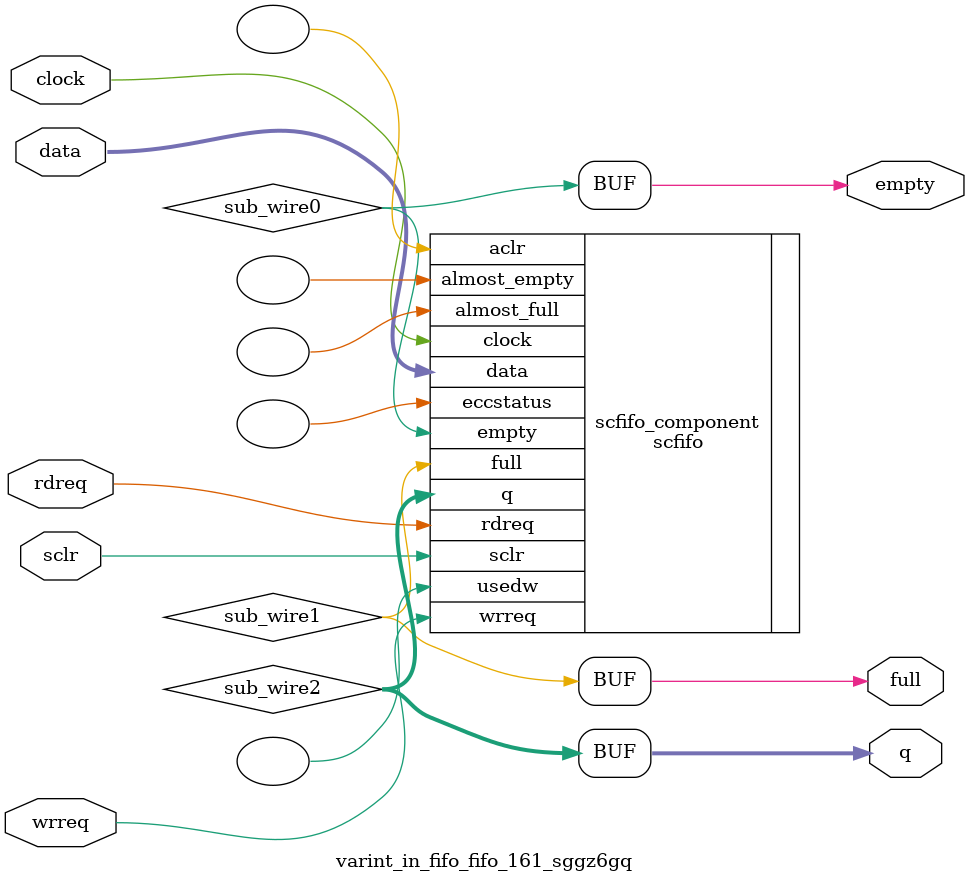
<source format=v>



`timescale 1 ps / 1 ps
// synopsys translate_on
module  varint_in_fifo_fifo_161_sggz6gq  (
    clock,
    data,
    rdreq,
    sclr,
    wrreq,
    empty,
    full,
    q);

    input    clock;
    input  [31:0]  data;
    input    rdreq;
    input    sclr;
    input    wrreq;
    output   empty;
    output   full;
    output [31:0]  q;

    wire  sub_wire0;
    wire  sub_wire1;
    wire [31:0] sub_wire2;
    wire  empty = sub_wire0;
    wire  full = sub_wire1;
    wire [31:0] q = sub_wire2[31:0];

    scfifo  scfifo_component (
                .clock (clock),
                .data (data),
                .rdreq (rdreq),
                .sclr (sclr),
                .wrreq (wrreq),
                .empty (sub_wire0),
                .full (sub_wire1),
                .q (sub_wire2),
                .aclr (),
                .almost_empty (),
                .almost_full (),
                .eccstatus (),
                .usedw ());
    defparam
        scfifo_component.add_ram_output_register  = "ON",
        scfifo_component.enable_ecc  = "FALSE",
        scfifo_component.intended_device_family  = "Arria 10",
        scfifo_component.lpm_numwords  = 1024,
        scfifo_component.lpm_showahead  = "OFF",
        scfifo_component.lpm_type  = "scfifo",
        scfifo_component.lpm_width  = 32,
        scfifo_component.lpm_widthu  = 10,
        scfifo_component.overflow_checking  = "ON",
        scfifo_component.underflow_checking  = "ON",
        scfifo_component.use_eab  = "ON";


endmodule



</source>
